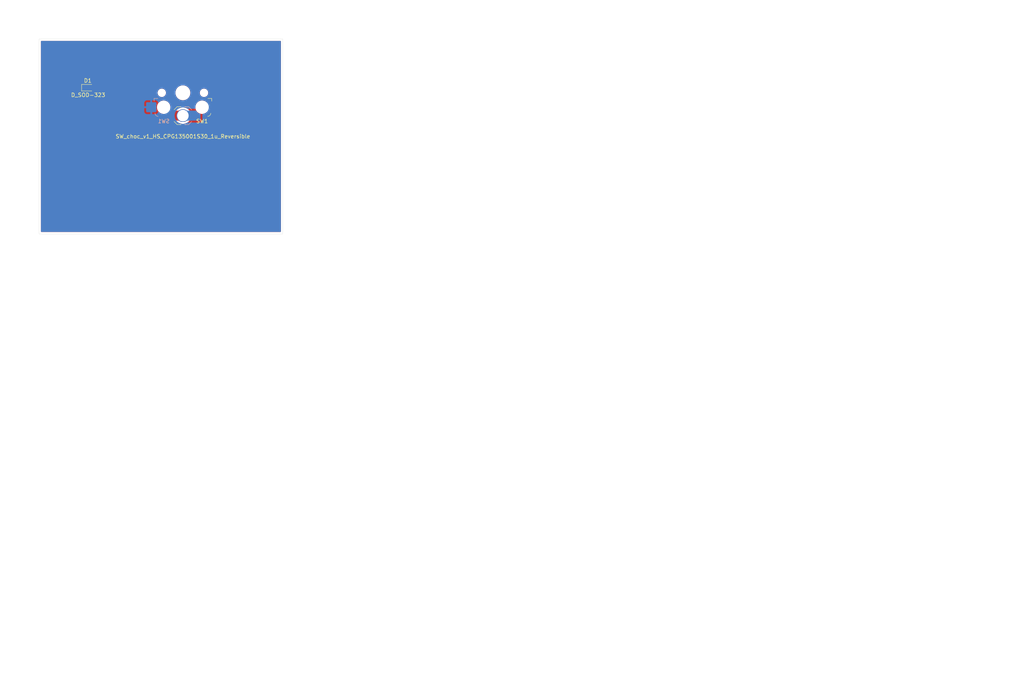
<source format=kicad_pcb>
(kicad_pcb (version 20241229) (generator "pcbnew") (generator_version "9.0")
  (layers (0 "F.Cu" signal) (2 "B.Cu" signal) (13 "F.Paste" user) (15 "B.Paste" user) (5 "F.SilkS" user "F.Silkscreen") (7 "B.SilkS" user "B.Silkscreen") (1 "F.Mask" user) (3 "B.Mask" user) (25 "Edge.Cuts" user))
  (net 0 "")
  (net 2 "GND")
  (footprint "BGKiCad:SW_choc_v1_HS_CPG135001S30_1u_Reversible" (layer "F.Cu") (at 62.875 39.43)
    (property "Reference" "SW1" (at 5 7.4 180) (layer "F.SilkS"))
    (property "Value" "SW_choc_v1_HS_CPG135001S30_1u_Reversible" (at 0 11.37 180) (layer "F.SilkS"))
    (fp_line (start -2.3 7.475) (end -1.5 8.275) (stroke (width 0.12)) (layer "F.SilkS"))
    (fp_line (start -1.5 3.625) (end -2.3 4.425) (stroke (width 0.12)) (layer "F.SilkS"))
    (fp_line (start -1.5 3.625) (end -0.5 3.625) (stroke (width 0.12)) (layer "F.SilkS"))
    (fp_line (start -1.5 8.275) (end -0.5 8.275) (stroke (width 0.12)) (layer "F.SilkS"))
    (fp_line (start 7.504 1.475) (end 6.504 1.475) (stroke (width 0.12)) (layer "F.SilkS"))
    (fp_line (start 7.504 1.475) (end 7.504 2.175) (stroke (width 0.12)) (layer "F.SilkS"))
    (fp_arc (start 7.25 5.325) (mid 7.015685 5.890685) (end 6.45 6.125) (stroke (width 0.12)) (layer "F.SilkS"))
    (fp_line (start -7.504 1.475) (end -7.504 2.175) (stroke (width 0.12)) (layer "B.SilkS"))
    (fp_line (start -7.504 1.475) (end -6.504 1.475) (stroke (width 0.12)) (layer "B.SilkS"))
    (fp_line (start 1.5 3.625) (end 0.5 3.625) (stroke (width 0.12)) (layer "B.SilkS"))
    (fp_line (start 1.5 3.625) (end 2.3 4.425) (stroke (width 0.12)) (layer "B.SilkS"))
    (fp_line (start 1.5 8.275) (end 0.5 8.275) (stroke (width 0.12)) (layer "B.SilkS"))
    (fp_line (start 2.3 7.475) (end 1.5 8.275) (stroke (width 0.12)) (layer "B.SilkS"))
    (fp_arc (start -6.45 6.125) (mid -7.015685 5.890685) (end -7.25 5.325) (stroke (width 0.12)) (layer "B.SilkS"))
    (fp_text user "${REFERENCE}" (at -5 7.4 0) (layer "B.SilkS") (effects (justify mirror)))
    (pad "" np_thru_hole circle (at -5.5 0 180) (size 1.7 1.7) (drill 1.7) (layers "*.Cu" "*.Mask"))
    (pad "" np_thru_hole circle (at -5 3.75) (size 3 3) (drill 3) (layers "*.Cu" "*.Mask"))
    (pad "" np_thru_hole circle (at 0 0 180) (size 3.4 3.4) (drill 3.4) (layers "*.Cu" "*.Mask"))
    (pad "" np_thru_hole circle (at 5 3.75) (size 3 3) (drill 3) (layers "*.Cu" "*.Mask"))
    (pad "" np_thru_hole circle (at 5.5 0 180) (size 1.7 1.7) (drill 1.7) (layers "*.Cu" "*.Mask"))
    (pad "1" smd roundrect (at -8.245 3.75) (size 2.65 2.6) (layers "B.Cu" "B.Mask" "B.Paste") (roundrect_rratio 0.1) (net 2 "GND"))
    (pad "1" smd roundrect (at 8.245 3.75) (size 2.65 2.6) (layers "F.Cu" "F.Mask" "F.Paste") (roundrect_rratio 0.1) (net 2 "GND"))
    (pad "2" smd custom (at -3.245 5.95) (size 1 1) (layers "F.Cu" "F.Mask" "F.Paste") (options (clearance outline) (anchor circle)) (primitives (gr_poly (pts (arc (start -1.325 -0.452116) (mid -0.482208 -0.927208) (end -0.196155 -1.3)) (xy 1.325 -1.3) (xy 1.325 1.3) (arc (start -1.065 1.3) (mid -1.248848 1.223848) (end -1.325 1.04))) (width 0) (fill yes))))
    (pad "2" smd rect (at -1.55 5.95 180) (size 1.2 2.6) (layers "F.Cu"))
    (pad "2" thru_hole circle (at 0 5.95) (size 3.3 3.3) (drill 3) (layers "*.Cu" "F.Mask"))
    (pad "2" smd rect (at 1.55 5.95 180) (size 1.2 2.6) (layers "B.Cu"))
    (pad "2" smd custom (at 3.245 5.95) (size 1 1) (layers "B.Cu" "B.Mask" "B.Paste") (options (clearance outline) (anchor circle)) (primitives (gr_poly (pts (arc (start 1.325 -0.452116) (mid 0.482208 -0.927208) (end 0.196155 -1.3)) (xy -1.325 -1.3) (xy -1.325 1.3) (arc (start 1.065 1.3) (mid 1.248848 1.223848) (end 1.325 1.04))) (width 0) (fill yes))))
  )
  (footprint "BGKiCad:D_SOD-323" (layer "F.Cu") (at 38.1 38.1)
    (property "Reference" "D1" (at 0 -1.85 0) (layer "F.SilkS"))
    (property "Value" "D_SOD-323" (at 0.1 1.9 0) (layer "F.SilkS"))
    (fp_line (start -1.61 -0.85) (end -1.61 0.85) (stroke (width 0.12)) (layer "F.SilkS"))
    (fp_line (start -1.61 -0.85) (end 1.05 -0.85) (stroke (width 0.12)) (layer "F.SilkS"))
    (fp_line (start -1.61 0.85) (end 1.05 0.85) (stroke (width 0.12)) (layer "F.SilkS"))
    (pad "1" smd roundrect (at -1.05 0) (size 0.6 1) (layers "F.Cu" "F.Mask" "F.Paste"))
    (pad "2" smd roundrect (at 1.05 0) (size 0.6 1) (layers "F.Cu" "F.Mask" "F.Paste") (net 2 "GND"))
  )
  (gr_rect (start 25.4 25.4) (end 88.9 76.2) (stroke (width 0.05)) (fill no) (layer "Edge.Cuts"))
  (zone (net 2) (net_name "GND") (layers "F.Cu" "B.Cu") (connect_pads (clearance 0.5)) (min_thickness 0.25) (fill yes (thermal_gap 0.5) (thermal_bridge_width 0.5))
    (polygon (pts (xy 15.24 15.24) (xy 281.94 15.24) (xy 281.94 162.56) (xy 173.99 162.56) (xy 173.99 195.58) (xy 15.24 195.58)))
  )
)
</source>
